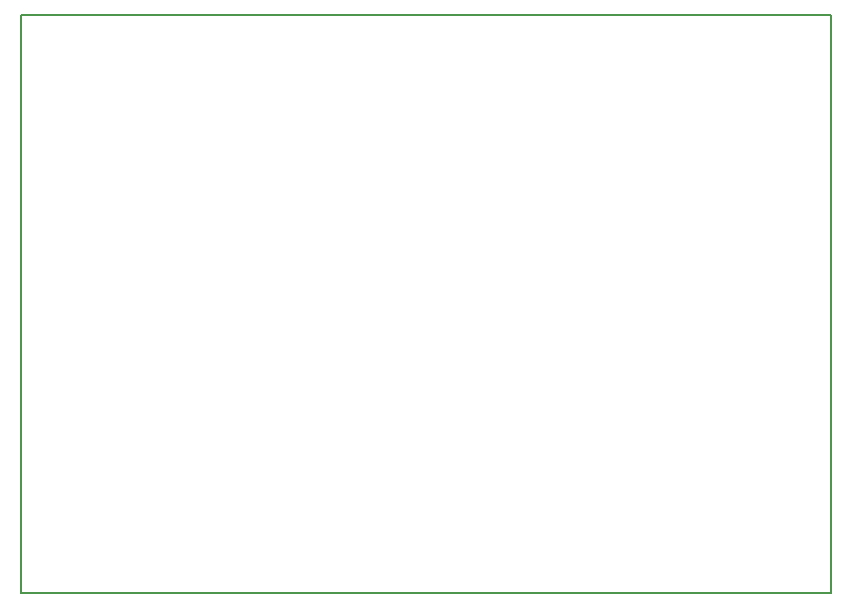
<source format=gbr>
G04 DipTrace 3.2.0.1*
G04 BoardOutline.gbr*
%MOMM*%
G04 #@! TF.FileFunction,Profile*
G04 #@! TF.Part,Single*
%ADD11C,0.14*%
%FSLAX35Y35*%
G04*
G71*
G90*
G75*
G01*
G04 BoardOutline*
%LPD*%
X-4220000Y1968500D2*
D11*
X2460000D1*
Y-2921000D1*
X-4400000D1*
Y1968500D1*
X-4220000D1*
M02*

</source>
